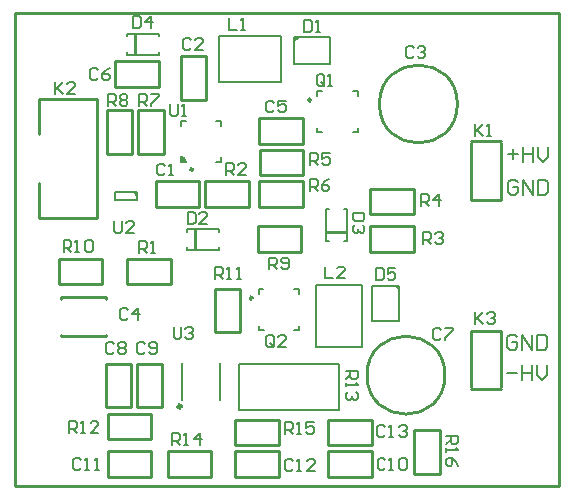
<source format=gto>
G04 Layer_Color=65535*
%FSLAX42Y42*%
%MOMM*%
G71*
G01*
G75*
%ADD32C,0.25*%
%ADD45C,0.20*%
%ADD46C,0.25*%
%ADD47C,0.30*%
%ADD48C,0.25*%
%ADD49C,0.18*%
%ADD50C,0.15*%
%ADD51C,0.20*%
G36*
X4444Y6262D02*
Y6244D01*
X4402D01*
Y6286D01*
X4420D01*
X4444Y6262D01*
D02*
G37*
D32*
X6744Y6731D02*
G03*
X6744Y6731I-330J0D01*
G01*
X6639Y4435D02*
G03*
X6639Y4435I-330J0D01*
G01*
X3203Y5764D02*
Y6066D01*
X3200Y6474D02*
Y6774D01*
X3210D02*
X3695D01*
X3739Y5203D02*
Y5417D01*
X3371Y5203D02*
Y5417D01*
Y5203D02*
X3739D01*
X3371Y5417D02*
X3739D01*
X4044Y6312D02*
X4257D01*
X4044Y6680D02*
X4257D01*
X4044Y6312D02*
Y6680D01*
X4257Y6312D02*
Y6680D01*
X3780Y6312D02*
X3993D01*
X3780Y6680D02*
X3993D01*
X3780Y6312D02*
Y6680D01*
X3993Y6312D02*
Y6680D01*
X3767Y4166D02*
X3980D01*
X3767Y4534D02*
X3980D01*
X3767Y4166D02*
Y4534D01*
X3980Y4166D02*
Y4534D01*
X4694Y4801D02*
X4907D01*
X4694Y5169D02*
X4907D01*
X4694Y4801D02*
Y5169D01*
X4907Y4801D02*
Y5169D01*
X4031Y4166D02*
X4244D01*
X4031Y4534D02*
X4244D01*
X4031Y4166D02*
Y4534D01*
X4244Y4166D02*
Y4534D01*
X4216Y6878D02*
Y7092D01*
X3848Y6878D02*
Y7092D01*
Y6878D02*
X4216D01*
X3848Y7092D02*
X4216D01*
X4402Y7137D02*
X4615D01*
X4402Y6769D02*
X4615D01*
Y7137D01*
X4402Y6769D02*
Y7137D01*
X3384Y5095D02*
X3765D01*
X3384Y4765D02*
X3765D01*
Y4778D01*
X3384Y4765D02*
Y4778D01*
Y5082D02*
Y5095D01*
X3765Y5082D02*
Y5095D01*
X3951Y5203D02*
Y5417D01*
X4319Y5203D02*
Y5417D01*
X3951D02*
X4319D01*
X3951Y5203D02*
X4319D01*
X4191Y5862D02*
Y6076D01*
X4559Y5862D02*
Y6076D01*
X4191D02*
X4559D01*
X4191Y5862D02*
X4559D01*
X4610D02*
Y6076D01*
X4978Y5862D02*
Y6076D01*
X4610D02*
X4978D01*
X4610Y5862D02*
X4978D01*
X6858Y5918D02*
X7112D01*
X6858Y6414D02*
X7112D01*
X6858Y5918D02*
Y6401D01*
X7112Y5918D02*
Y6401D01*
X6007Y5799D02*
Y6012D01*
X6375Y5799D02*
Y6012D01*
X6007D02*
X6375D01*
X6007Y5799D02*
X6375D01*
Y5481D02*
Y5695D01*
X6007Y5481D02*
Y5695D01*
Y5481D02*
X6375D01*
X6007Y5695D02*
X6375D01*
X6858Y4813D02*
X7112D01*
X6858Y4318D02*
X7112D01*
Y4331D02*
Y4813D01*
X6858Y4331D02*
Y4813D01*
X6380Y3599D02*
X6594D01*
X6380Y3967D02*
X6594D01*
X6380Y3599D02*
Y3967D01*
X6594Y3599D02*
Y3967D01*
X5055Y5481D02*
Y5695D01*
X5423Y5481D02*
Y5695D01*
X5055D02*
X5423D01*
X5055Y5481D02*
X5423D01*
X4153Y3894D02*
Y4107D01*
X3785Y3894D02*
Y4107D01*
Y3894D02*
X4153D01*
X3785Y4107D02*
X4153D01*
X3785Y3576D02*
Y3790D01*
X4153Y3576D02*
Y3790D01*
X3785D02*
X4153D01*
X3785Y3576D02*
X4153D01*
X4661D02*
Y3790D01*
X4293Y3576D02*
Y3790D01*
Y3576D02*
X4661D01*
X4293Y3790D02*
X4661D01*
X4864Y3841D02*
Y4054D01*
X5232Y3841D02*
Y4054D01*
X4864D02*
X5232D01*
X4864Y3841D02*
X5232D01*
Y3576D02*
Y3790D01*
X4864Y3576D02*
Y3790D01*
Y3576D02*
X5232D01*
X4864Y3790D02*
X5232D01*
X6020Y3841D02*
Y4054D01*
X5651Y3841D02*
Y4054D01*
Y3841D02*
X6020D01*
X5651Y4054D02*
X6020D01*
Y3576D02*
Y3790D01*
X5651Y3576D02*
Y3790D01*
Y3576D02*
X6020D01*
X5651Y3790D02*
X6020D01*
X5067Y6396D02*
Y6609D01*
X5436Y6396D02*
Y6609D01*
X5067D02*
X5436D01*
X5067Y6396D02*
X5436D01*
X5438Y6132D02*
Y6345D01*
X5070Y6132D02*
Y6345D01*
Y6132D02*
X5438D01*
X5070Y6345D02*
X5438D01*
X5436Y5862D02*
Y6076D01*
X5067Y5862D02*
Y6076D01*
Y5862D02*
X5436D01*
X5067Y6076D02*
X5436D01*
X3000Y3500D02*
Y7500D01*
X7603D01*
Y3500D02*
Y7500D01*
X3000Y3500D02*
X7603D01*
D45*
X4444Y6244D02*
G03*
X4402Y6286I-43J0D01*
G01*
X3950Y7328D02*
X4216D01*
X3950Y7150D02*
X4216D01*
Y7175D01*
X3950Y7150D02*
Y7175D01*
Y7303D02*
Y7328D01*
X4216Y7303D02*
Y7328D01*
X4013Y7150D02*
Y7328D01*
X4026Y7150D02*
Y7328D01*
X4742Y6244D02*
Y6286D01*
X4699Y6244D02*
X4742D01*
Y6541D02*
Y6583D01*
X4699D02*
X4742D01*
X4402D02*
X4444D01*
X4402Y6541D02*
Y6583D01*
Y6244D02*
Y6286D01*
Y6244D02*
X4444D01*
X4458Y5677D02*
X4724D01*
X4458Y5499D02*
X4724D01*
Y5524D01*
X4458Y5499D02*
Y5524D01*
Y5651D02*
Y5677D01*
X4724Y5651D02*
Y5677D01*
X4521Y5499D02*
Y5677D01*
X4534Y5499D02*
Y5677D01*
X5744Y4138D02*
Y4531D01*
X5629Y5573D02*
Y5839D01*
X5806Y5573D02*
Y5839D01*
X5781D02*
X5806D01*
X5781Y5573D02*
X5806D01*
X5629D02*
X5654D01*
X5629Y5839D02*
X5654D01*
X5629Y5636D02*
X5806D01*
X5629Y5649D02*
X5806D01*
D46*
X4506Y6178D02*
G03*
X4506Y6178I-12J0D01*
G01*
X5506Y6766D02*
G03*
X5506Y6766I-12J0D01*
G01*
X5010Y5090D02*
G03*
X5010Y5090I-12J0D01*
G01*
D47*
X4407Y4172D02*
G03*
X4407Y4172I-15J0D01*
G01*
D48*
X3212Y5764D02*
X3695D01*
Y6774D01*
D49*
X4003Y5985D02*
X4033Y5949D01*
Y5922D02*
Y5985D01*
X3846Y5922D02*
Y5985D01*
X3849D02*
X4033D01*
X3849Y5919D02*
X4033D01*
D50*
X4730Y7303D02*
X5250D01*
Y6919D02*
Y7303D01*
X4730Y6919D02*
X5250D01*
X4730D02*
Y7303D01*
X5365Y7267D02*
X5365Y7297D01*
X5365Y7267D02*
X5370Y7272D01*
X5393Y7294D01*
X5368Y7067D02*
X5668D01*
X5365Y7069D02*
X5368Y7067D01*
X5365Y7069D02*
Y7297D01*
X5665D01*
X5668Y7067D02*
Y7297D01*
Y7067D02*
Y7297D01*
X5901Y6803D02*
Y6840D01*
X5858D02*
X5901D01*
X5899Y6497D02*
Y6530D01*
X5861Y6497D02*
X5899D01*
X5558Y6497D02*
X5601D01*
X5558D02*
Y6530D01*
X5558Y6803D02*
Y6840D01*
X5596D01*
X4732Y4222D02*
Y4542D01*
X4412Y4222D02*
Y4542D01*
X5405Y5126D02*
Y5164D01*
X5362D02*
X5405D01*
X5402Y4821D02*
Y4854D01*
X5365Y4821D02*
X5402D01*
X5062Y4821D02*
X5105D01*
X5062D02*
Y4854D01*
X5062Y5126D02*
Y5164D01*
X5100D01*
X5550Y4677D02*
Y5197D01*
X5933D01*
Y4677D02*
Y5197D01*
X5550Y4677D02*
X5933D01*
X6221Y5193D02*
X6251Y5193D01*
X6221Y5193D02*
X6226Y5188D01*
X6248Y5166D01*
X6021Y4891D02*
Y5191D01*
X6023Y5193D01*
X6251D01*
Y4893D02*
Y5193D01*
X6021Y4891D02*
X6251D01*
X6021D02*
X6251D01*
X3340Y6920D02*
Y6820D01*
Y6853D01*
X3407Y6920D01*
X3357Y6870D01*
X3407Y6820D01*
X3507D02*
X3440D01*
X3507Y6887D01*
Y6903D01*
X3490Y6920D01*
X3457D01*
X3440Y6903D01*
X3957Y4983D02*
X3940Y5000D01*
X3907D01*
X3890Y4983D01*
Y4917D01*
X3907Y4900D01*
X3940D01*
X3957Y4917D01*
X4040Y4900D02*
Y5000D01*
X3990Y4950D01*
X4057D01*
X4341Y4845D02*
Y4761D01*
X4358Y4745D01*
X4391D01*
X4408Y4761D01*
Y4845D01*
X4441Y4828D02*
X4457Y4845D01*
X4491D01*
X4507Y4828D01*
Y4811D01*
X4491Y4795D01*
X4474D01*
X4491D01*
X4507Y4778D01*
Y4761D01*
X4491Y4745D01*
X4457D01*
X4441Y4761D01*
X3840Y5740D02*
Y5657D01*
X3857Y5640D01*
X3890D01*
X3907Y5657D01*
Y5740D01*
X4007Y5640D02*
X3940D01*
X4007Y5707D01*
Y5723D01*
X3990Y5740D01*
X3957D01*
X3940Y5723D01*
X4313Y6729D02*
Y6646D01*
X4330Y6629D01*
X4363D01*
X4380Y6646D01*
Y6729D01*
X4413Y6629D02*
X4446D01*
X4430D01*
Y6729D01*
X4413Y6713D01*
X6652Y3919D02*
X6752D01*
Y3869D01*
X6736Y3853D01*
X6702D01*
X6686Y3869D01*
Y3919D01*
Y3886D02*
X6652Y3853D01*
Y3819D02*
Y3786D01*
Y3803D01*
X6752D01*
X6736Y3819D01*
X6752Y3669D02*
X6736Y3703D01*
X6702Y3736D01*
X6669D01*
X6652Y3719D01*
Y3686D01*
X6669Y3669D01*
X6686D01*
X6702Y3686D01*
Y3736D01*
X5283Y3940D02*
Y4040D01*
X5333D01*
X5350Y4023D01*
Y3990D01*
X5333Y3973D01*
X5283D01*
X5317D02*
X5350Y3940D01*
X5383D02*
X5416D01*
X5400D01*
Y4040D01*
X5383Y4023D01*
X5533Y4040D02*
X5466D01*
Y3990D01*
X5500Y4006D01*
X5516D01*
X5533Y3990D01*
Y3956D01*
X5516Y3940D01*
X5483D01*
X5466Y3956D01*
X4331Y3846D02*
Y3946D01*
X4381D01*
X4397Y3929D01*
Y3896D01*
X4381Y3879D01*
X4331D01*
X4364D02*
X4397Y3846D01*
X4431D02*
X4464D01*
X4447D01*
Y3946D01*
X4431Y3929D01*
X4564Y3846D02*
Y3946D01*
X4514Y3896D01*
X4581D01*
X5801Y4473D02*
X5901D01*
Y4423D01*
X5885Y4406D01*
X5851D01*
X5835Y4423D01*
Y4473D01*
Y4440D02*
X5801Y4406D01*
Y4373D02*
Y4340D01*
Y4356D01*
X5901D01*
X5885Y4373D01*
Y4290D02*
X5901Y4273D01*
Y4240D01*
X5885Y4223D01*
X5868D01*
X5851Y4240D01*
Y4256D01*
Y4240D01*
X5835Y4223D01*
X5818D01*
X5801Y4240D01*
Y4273D01*
X5818Y4290D01*
X3454Y3945D02*
Y4045D01*
X3504D01*
X3521Y4028D01*
Y3995D01*
X3504Y3978D01*
X3454D01*
X3488D02*
X3521Y3945D01*
X3554D02*
X3588D01*
X3571D01*
Y4045D01*
X3554Y4028D01*
X3704Y3945D02*
X3638D01*
X3704Y4011D01*
Y4028D01*
X3688Y4045D01*
X3654D01*
X3638Y4028D01*
X4696Y5248D02*
Y5348D01*
X4746D01*
X4763Y5331D01*
Y5298D01*
X4746Y5281D01*
X4696D01*
X4730D02*
X4763Y5248D01*
X4796D02*
X4830D01*
X4813D01*
Y5348D01*
X4796Y5331D01*
X4880Y5248D02*
X4913D01*
X4896D01*
Y5348D01*
X4880Y5331D01*
X3410Y5480D02*
Y5580D01*
X3460D01*
X3477Y5563D01*
Y5530D01*
X3460Y5513D01*
X3410D01*
X3443D02*
X3477Y5480D01*
X3510D02*
X3543D01*
X3527D01*
Y5580D01*
X3510Y5563D01*
X3593D02*
X3610Y5580D01*
X3643D01*
X3660Y5563D01*
Y5497D01*
X3643Y5480D01*
X3610D01*
X3593Y5497D01*
Y5563D01*
X5149Y5331D02*
Y5431D01*
X5199D01*
X5215Y5415D01*
Y5381D01*
X5199Y5365D01*
X5149D01*
X5182D02*
X5215Y5331D01*
X5249Y5348D02*
X5265Y5331D01*
X5299D01*
X5315Y5348D01*
Y5415D01*
X5299Y5431D01*
X5265D01*
X5249Y5415D01*
Y5398D01*
X5265Y5381D01*
X5315D01*
X3785Y6718D02*
Y6818D01*
X3835D01*
X3851Y6802D01*
Y6768D01*
X3835Y6752D01*
X3785D01*
X3818D02*
X3851Y6718D01*
X3885Y6802D02*
X3901Y6818D01*
X3935D01*
X3951Y6802D01*
Y6785D01*
X3935Y6768D01*
X3951Y6752D01*
Y6735D01*
X3935Y6718D01*
X3901D01*
X3885Y6735D01*
Y6752D01*
X3901Y6768D01*
X3885Y6785D01*
Y6802D01*
X3901Y6768D02*
X3935D01*
X4051Y6718D02*
Y6818D01*
X4101D01*
X4118Y6802D01*
Y6768D01*
X4101Y6752D01*
X4051D01*
X4085D02*
X4118Y6718D01*
X4151Y6818D02*
X4218D01*
Y6802D01*
X4151Y6735D01*
Y6718D01*
X5494Y5994D02*
Y6094D01*
X5544D01*
X5561Y6078D01*
Y6044D01*
X5544Y6028D01*
X5494D01*
X5527D02*
X5561Y5994D01*
X5661Y6094D02*
X5627Y6078D01*
X5594Y6044D01*
Y6011D01*
X5611Y5994D01*
X5644D01*
X5661Y6011D01*
Y6028D01*
X5644Y6044D01*
X5594D01*
X5497Y6213D02*
Y6313D01*
X5547D01*
X5563Y6296D01*
Y6263D01*
X5547Y6246D01*
X5497D01*
X5530D02*
X5563Y6213D01*
X5663Y6313D02*
X5597D01*
Y6263D01*
X5630Y6279D01*
X5647D01*
X5663Y6263D01*
Y6230D01*
X5647Y6213D01*
X5613D01*
X5597Y6230D01*
X6439Y5867D02*
Y5967D01*
X6489D01*
X6506Y5951D01*
Y5917D01*
X6489Y5901D01*
X6439D01*
X6472D02*
X6506Y5867D01*
X6589D02*
Y5967D01*
X6539Y5917D01*
X6606D01*
X6454Y5547D02*
Y5647D01*
X6504D01*
X6521Y5631D01*
Y5597D01*
X6504Y5581D01*
X6454D01*
X6487D02*
X6521Y5547D01*
X6554Y5631D02*
X6571Y5647D01*
X6604D01*
X6621Y5631D01*
Y5614D01*
X6604Y5597D01*
X6587D01*
X6604D01*
X6621Y5581D01*
Y5564D01*
X6604Y5547D01*
X6571D01*
X6554Y5564D01*
X4788Y6129D02*
Y6229D01*
X4838D01*
X4855Y6212D01*
Y6179D01*
X4838Y6162D01*
X4788D01*
X4821D02*
X4855Y6129D01*
X4955D02*
X4888D01*
X4955Y6196D01*
Y6212D01*
X4938Y6229D01*
X4905D01*
X4888Y6212D01*
X4050Y5470D02*
Y5570D01*
X4100D01*
X4117Y5553D01*
Y5520D01*
X4100Y5503D01*
X4050D01*
X4083D02*
X4117Y5470D01*
X4150D02*
X4183D01*
X4167D01*
Y5570D01*
X4150Y5553D01*
X5190Y4693D02*
Y4759D01*
X5173Y4776D01*
X5140D01*
X5123Y4759D01*
Y4693D01*
X5140Y4676D01*
X5173D01*
X5157Y4709D02*
X5190Y4676D01*
X5173D02*
X5190Y4693D01*
X5290Y4676D02*
X5223D01*
X5290Y4743D01*
Y4759D01*
X5273Y4776D01*
X5240D01*
X5223Y4759D01*
X5619Y6903D02*
Y6969D01*
X5602Y6986D01*
X5569D01*
X5552Y6969D01*
Y6903D01*
X5569Y6886D01*
X5602D01*
X5586Y6919D02*
X5619Y6886D01*
X5602D02*
X5619Y6903D01*
X5652Y6886D02*
X5686D01*
X5669D01*
Y6986D01*
X5652Y6969D01*
X5626Y5355D02*
Y5255D01*
X5693D01*
X5793D02*
X5726D01*
X5793Y5322D01*
Y5339D01*
X5776Y5355D01*
X5743D01*
X5726Y5339D01*
X4811Y7456D02*
Y7356D01*
X4877D01*
X4911D02*
X4944D01*
X4927D01*
Y7456D01*
X4911Y7439D01*
X6896Y4969D02*
Y4869D01*
Y4903D01*
X6963Y4969D01*
X6913Y4919D01*
X6963Y4869D01*
X6996Y4952D02*
X7013Y4969D01*
X7046D01*
X7063Y4952D01*
Y4936D01*
X7046Y4919D01*
X7029D01*
X7046D01*
X7063Y4903D01*
Y4886D01*
X7046Y4869D01*
X7013D01*
X6996Y4886D01*
X6894Y6564D02*
Y6464D01*
Y6498D01*
X6960Y6564D01*
X6910Y6514D01*
X6960Y6464D01*
X6994D02*
X7027D01*
X7010D01*
Y6564D01*
X6994Y6548D01*
X6053Y5345D02*
Y5245D01*
X6103D01*
X6119Y5262D01*
Y5328D01*
X6103Y5345D01*
X6053D01*
X6219D02*
X6153D01*
Y5295D01*
X6186Y5312D01*
X6203D01*
X6219Y5295D01*
Y5262D01*
X6203Y5245D01*
X6169D01*
X6153Y5262D01*
X3998Y7474D02*
Y7374D01*
X4048D01*
X4065Y7390D01*
Y7457D01*
X4048Y7474D01*
X3998D01*
X4148Y7374D02*
Y7474D01*
X4098Y7424D01*
X4165D01*
X5957Y5806D02*
X5857D01*
Y5756D01*
X5874Y5740D01*
X5941D01*
X5957Y5756D01*
Y5806D01*
X5941Y5706D02*
X5957Y5690D01*
Y5656D01*
X5941Y5640D01*
X5924D01*
X5907Y5656D01*
Y5673D01*
Y5656D01*
X5891Y5640D01*
X5874D01*
X5857Y5656D01*
Y5690D01*
X5874Y5706D01*
X4460Y5818D02*
Y5718D01*
X4510D01*
X4527Y5734D01*
Y5801D01*
X4510Y5818D01*
X4460D01*
X4627Y5718D02*
X4560D01*
X4627Y5784D01*
Y5801D01*
X4610Y5818D01*
X4577D01*
X4560Y5801D01*
X5446Y7443D02*
Y7343D01*
X5496D01*
X5512Y7360D01*
Y7426D01*
X5496Y7443D01*
X5446D01*
X5546Y7343D02*
X5579D01*
X5562D01*
Y7443D01*
X5546Y7426D01*
X6132Y3995D02*
X6116Y4012D01*
X6082D01*
X6066Y3995D01*
Y3928D01*
X6082Y3912D01*
X6116D01*
X6132Y3928D01*
X6165Y3912D02*
X6199D01*
X6182D01*
Y4012D01*
X6165Y3995D01*
X6249D02*
X6265Y4012D01*
X6299D01*
X6315Y3995D01*
Y3978D01*
X6299Y3962D01*
X6282D01*
X6299D01*
X6315Y3945D01*
Y3928D01*
X6299Y3912D01*
X6265D01*
X6249Y3928D01*
X5352Y3705D02*
X5336Y3722D01*
X5302D01*
X5286Y3705D01*
Y3639D01*
X5302Y3622D01*
X5336D01*
X5352Y3639D01*
X5386Y3622D02*
X5419D01*
X5402D01*
Y3722D01*
X5386Y3705D01*
X5536Y3622D02*
X5469D01*
X5536Y3689D01*
Y3705D01*
X5519Y3722D01*
X5486D01*
X5469Y3705D01*
X3557Y3718D02*
X3540Y3735D01*
X3507D01*
X3490Y3718D01*
Y3651D01*
X3507Y3635D01*
X3540D01*
X3557Y3651D01*
X3590Y3635D02*
X3623D01*
X3607D01*
Y3735D01*
X3590Y3718D01*
X3673Y3635D02*
X3707D01*
X3690D01*
Y3735D01*
X3673Y3718D01*
X6135Y3713D02*
X6118Y3730D01*
X6085D01*
X6068Y3713D01*
Y3646D01*
X6085Y3630D01*
X6118D01*
X6135Y3646D01*
X6168Y3630D02*
X6201D01*
X6185D01*
Y3730D01*
X6168Y3713D01*
X6251D02*
X6268Y3730D01*
X6301D01*
X6318Y3713D01*
Y3646D01*
X6301Y3630D01*
X6268D01*
X6251Y3646D01*
Y3713D01*
X4100Y4696D02*
X4084Y4713D01*
X4050D01*
X4034Y4696D01*
Y4629D01*
X4050Y4613D01*
X4084D01*
X4100Y4629D01*
X4133D02*
X4150Y4613D01*
X4183D01*
X4200Y4629D01*
Y4696D01*
X4183Y4713D01*
X4150D01*
X4133Y4696D01*
Y4679D01*
X4150Y4663D01*
X4200D01*
X3836Y4696D02*
X3819Y4713D01*
X3786D01*
X3769Y4696D01*
Y4629D01*
X3786Y4613D01*
X3819D01*
X3836Y4629D01*
X3869Y4696D02*
X3886Y4713D01*
X3919D01*
X3936Y4696D01*
Y4679D01*
X3919Y4663D01*
X3936Y4646D01*
Y4629D01*
X3919Y4613D01*
X3886D01*
X3869Y4629D01*
Y4646D01*
X3886Y4663D01*
X3869Y4679D01*
Y4696D01*
X3886Y4663D02*
X3919D01*
X6607Y4815D02*
X6590Y4832D01*
X6557D01*
X6540Y4815D01*
Y4749D01*
X6557Y4732D01*
X6590D01*
X6607Y4749D01*
X6640Y4832D02*
X6707D01*
Y4815D01*
X6640Y4749D01*
Y4732D01*
X3699Y7018D02*
X3682Y7034D01*
X3649D01*
X3632Y7018D01*
Y6951D01*
X3649Y6934D01*
X3682D01*
X3699Y6951D01*
X3799Y7034D02*
X3765Y7018D01*
X3732Y6984D01*
Y6951D01*
X3749Y6934D01*
X3782D01*
X3799Y6951D01*
Y6968D01*
X3782Y6984D01*
X3732D01*
X5195Y6743D02*
X5178Y6760D01*
X5145D01*
X5128Y6743D01*
Y6677D01*
X5145Y6660D01*
X5178D01*
X5195Y6677D01*
X5295Y6760D02*
X5228D01*
Y6710D01*
X5262Y6727D01*
X5278D01*
X5295Y6710D01*
Y6677D01*
X5278Y6660D01*
X5245D01*
X5228Y6677D01*
X6373Y7203D02*
X6357Y7220D01*
X6323D01*
X6307Y7203D01*
Y7136D01*
X6323Y7120D01*
X6357D01*
X6373Y7136D01*
X6407Y7203D02*
X6423Y7220D01*
X6457D01*
X6473Y7203D01*
Y7186D01*
X6457Y7170D01*
X6440D01*
X6457D01*
X6473Y7153D01*
Y7136D01*
X6457Y7120D01*
X6423D01*
X6407Y7136D01*
X4489Y7272D02*
X4472Y7288D01*
X4439D01*
X4422Y7272D01*
Y7205D01*
X4439Y7188D01*
X4472D01*
X4489Y7205D01*
X4589Y7188D02*
X4522D01*
X4589Y7255D01*
Y7272D01*
X4572Y7288D01*
X4539D01*
X4522Y7272D01*
X4270Y6210D02*
X4254Y6226D01*
X4220D01*
X4204Y6210D01*
Y6143D01*
X4220Y6126D01*
X4254D01*
X4270Y6143D01*
X4304Y6126D02*
X4337D01*
X4320D01*
Y6226D01*
X4304Y6210D01*
D51*
X4899Y4138D02*
X5744D01*
X4899Y4531D02*
X5744D01*
X4899Y4138D02*
Y4531D01*
X7258Y6070D02*
X7236Y6091D01*
X7194D01*
X7173Y6070D01*
Y5985D01*
X7194Y5964D01*
X7236D01*
X7258Y5985D01*
Y6027D01*
X7215D01*
X7300Y5964D02*
Y6091D01*
X7385Y5964D01*
Y6091D01*
X7427D02*
Y5964D01*
X7490D01*
X7512Y5985D01*
Y6070D01*
X7490Y6091D01*
X7427D01*
X7253Y4757D02*
X7231Y4778D01*
X7189D01*
X7168Y4757D01*
Y4672D01*
X7189Y4651D01*
X7231D01*
X7253Y4672D01*
Y4714D01*
X7210D01*
X7295Y4651D02*
Y4778D01*
X7379Y4651D01*
Y4778D01*
X7422D02*
Y4651D01*
X7485D01*
X7506Y4672D01*
Y4757D01*
X7485Y4778D01*
X7422D01*
X7165Y4455D02*
X7250D01*
X7292Y4519D02*
Y4392D01*
Y4455D01*
X7377D01*
Y4519D01*
Y4392D01*
X7419Y4519D02*
Y4434D01*
X7462Y4392D01*
X7504Y4434D01*
Y4519D01*
X7175Y6307D02*
X7260D01*
X7218Y6349D02*
Y6264D01*
X7302Y6370D02*
Y6243D01*
Y6307D01*
X7387D01*
Y6370D01*
Y6243D01*
X7429Y6370D02*
Y6286D01*
X7472Y6243D01*
X7514Y6286D01*
Y6370D01*
M02*

</source>
